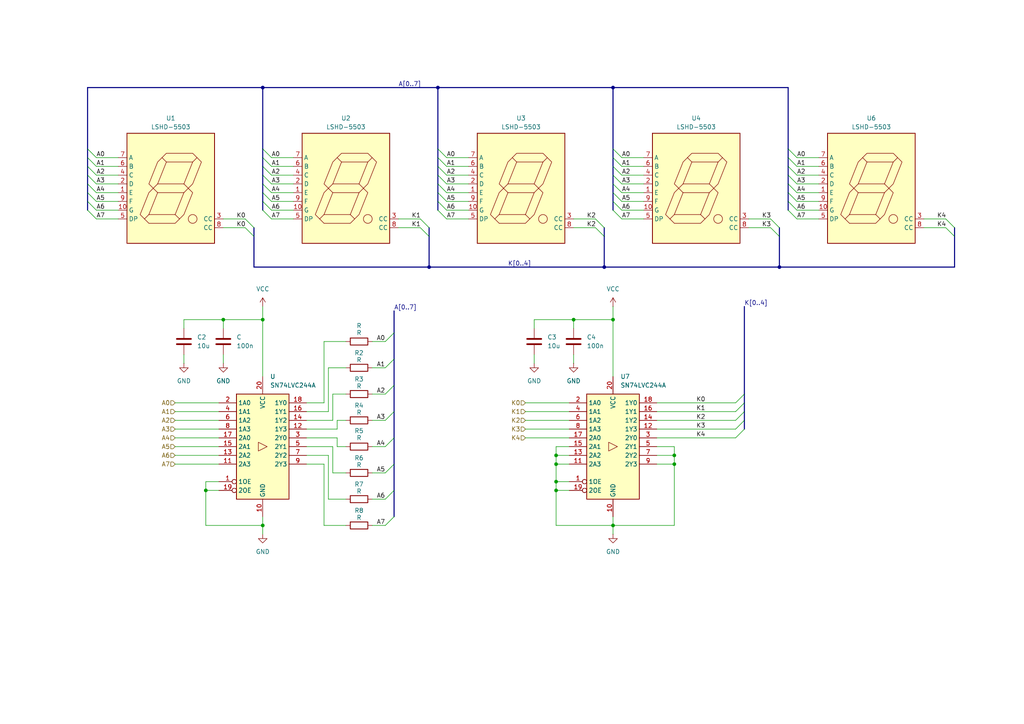
<source format=kicad_sch>
(kicad_sch (version 20250114) (generator "eeschema") (generator_version "9.0")
  (paper "A4")
  (lib_symbols
    (symbol "74xx:74AHC244"
      (property "Reference" "U" (at -7.62 16.51 0))
      (property "Value" "74AHC244" (at -7.62 -16.51 0))
      (symbol "74AHC244_1_0"
        (polyline (pts (xy 1.27 0) (xy -1.27 1.27) (xy -1.27 -1.27) (xy 1.27 0)) (stroke (width 0.1524)))
        (pin input line (at -12.7 12.7 0) (length 5.08) (name "1A0") (number "2"))
        (pin input line (at -12.7 10.16 0) (length 5.08) (name "1A1") (number "4"))
        (pin input line (at -12.7 7.62 0) (length 5.08) (name "1A2") (number "6"))
        (pin input line (at -12.7 5.08 0) (length 5.08) (name "1A3") (number "8"))
        (pin input line (at -12.7 2.54 0) (length 5.08) (name "2A0") (number "17"))
        (pin input line (at -12.7 0 0) (length 5.08) (name "2A1") (number "15"))
        (pin input line (at -12.7 -2.54 0) (length 5.08) (name "2A2") (number "13"))
        (pin input line (at -12.7 -5.08 0) (length 5.08) (name "2A3") (number "11"))
        (pin input inverted (at -12.7 -10.16 0) (length 5.08) (name "1OE") (number "1"))
        (pin input inverted (at -12.7 -12.7 0) (length 5.08) (name "2OE") (number "19"))
        (pin power_in line (at 0 20.32 270) (length 5.08) (name "VCC") (number "20"))
        (pin power_in line (at 0 -20.32 90) (length 5.08) (name "GND") (number "10"))
        (pin tri_state line (at 12.7 12.7 180) (length 5.08) (name "1Y0") (number "18"))
        (pin tri_state line (at 12.7 10.16 180) (length 5.08) (name "1Y1") (number "16"))
        (pin tri_state line (at 12.7 7.62 180) (length 5.08) (name "1Y2") (number "14"))
        (pin tri_state line (at 12.7 5.08 180) (length 5.08) (name "1Y3") (number "12"))
        (pin tri_state line (at 12.7 2.54 180) (length 5.08) (name "2Y0") (number "3"))
        (pin tri_state line (at 12.7 0 180) (length 5.08) (name "2Y1") (number "5"))
        (pin tri_state line (at 12.7 -2.54 180) (length 5.08) (name "2Y2") (number "7"))
        (pin tri_state line (at 12.7 -5.08 180) (length 5.08) (name "2Y3") (number "9"))
      )
      (symbol "74AHC244_1_1"
        (rectangle (start -7.62 15.24) (end 7.62 -15.24) (stroke (width 0.254)) (fill (type background)))
      )
    )
    (symbol "Device:C" (pin_numbers (hide yes)) (pin_names (offset 0.254))
      (property "Reference" "C" (at 0.635 2.54 0))
      (property "Value" "C" (at 0.635 -2.54 0))
      (symbol "C_0_1"
        (polyline (pts (xy -2.032 0.762) (xy 2.032 0.762)) (stroke (width 0.508)))
        (polyline (pts (xy -2.032 -0.762) (xy 2.032 -0.762)) (stroke (width 0.508)))
      )
      (symbol "C_1_1"
        (pin passive line (at 0 3.81 270) (length 2.794) (name "~") (number "1"))
        (pin passive line (at 0 -3.81 90) (length 2.794) (name "~") (number "2"))
      )
    )
    (symbol "Device:R" (pin_numbers (hide yes)) (pin_names (offset 0))
      (property "Reference" "R" (at 2.032 0 90))
      (property "Value" "R" (at 0 0 90))
      (symbol "R_0_1"
        (rectangle (start -1.016 -2.54) (end 1.016 2.54) (stroke (width 0.254)))
      )
      (symbol "R_1_1"
        (pin passive line (at 0 3.81 270) (length 1.27) (name "~") (number "1"))
        (pin passive line (at 0 -3.81 90) (length 1.27) (name "~") (number "2"))
      )
    )
    (symbol "power:GND" (power) (pin_numbers (hide yes)) (pin_names (offset 0) (hide yes))
      (property "Value" "GND" (at 0 -3.81 0))
      (symbol "GND_0_1"
        (polyline (pts (xy 0 0) (xy 0 -1.27) (xy 1.27 -1.27) (xy 0 -2.54) (xy -1.27 -1.27) (xy 0 -1.27)))
      )
      (symbol "GND_1_1"
        (pin power_in line (at 0 0 270) (length 0) (name "~") (number "1"))
      )
    )
    (symbol "power:VCC" (power) (pin_numbers (hide yes)) (pin_names (offset 0) (hide yes))
      (property "Value" "VCC" (at 0 3.556 0))
      (symbol "VCC_0_1"
        (polyline (pts (xy -0.762 1.27) (xy 0 2.54)))
        (polyline (pts (xy 0 2.54) (xy 0.762 1.27)))
        (polyline (pts (xy 0 0) (xy 0 2.54)))
      )
      (symbol "VCC_1_1"
        (pin power_in line (at 0 0 90) (length 0) (name "~") (number "1"))
      )
    )
    (symbol "precision_clock:LSHD-5503"
      (property "Reference" "U" (at 10.922 19.304 0))
      (property "Value" "LSHD-5503" (at 7.112 17.272 0))
      (symbol "LSHD-5503_0_1"
        (polyline (pts (xy -7.62 -8.89) (xy -6.35 -7.62)))
        (polyline (pts (xy -7.62 -8.89) (xy -6.35 -10.16)))
        (polyline (pts (xy -6.35 -7.62) (xy -3.81 -1.27)))
        (polyline (pts (xy -6.35 -7.62) (xy 1.27 -7.62)))
        (polyline (pts (xy -6.35 -10.16) (xy 1.27 -10.16) (xy 2.54 -8.89)))
        (polyline (pts (xy -5.08 0) (xy -6.35 -1.27) (xy -8.89 -7.62) (xy -7.62 -8.89)))
        (polyline (pts (xy -3.81 1.27) (xy -5.08 0)))
        (polyline (pts (xy -3.81 1.27) (xy 3.81 1.27)))
        (polyline (pts (xy -3.81 -1.27) (xy -5.08 0)))
        (polyline (pts (xy -3.81 -1.27) (xy 3.81 -1.27)))
        (polyline (pts (xy -2.54 8.89) (xy -3.81 7.62) (xy -6.35 1.27) (xy -5.08 0)))
        (polyline (pts (xy 1.27 -7.62) (xy 2.54 -8.89)))
        (polyline (pts (xy 2.54 -8.89) (xy 3.81 -7.62) (xy 6.35 -1.27) (xy 5.08 0)))
        (polyline (pts (xy 3.81 1.27) (xy 5.08 0)))
        (polyline (pts (xy 3.81 -1.27) (xy 1.27 -7.62)))
        (polyline (pts (xy 5.08 0) (xy 3.81 -1.27)))
        (polyline (pts (xy 5.08 0) (xy 6.35 1.27) (xy 8.89 7.62) (xy 7.62 8.89)))
        (polyline (pts (xy 6.35 7.62) (xy 3.81 1.27)))
        (polyline (pts (xy 6.35 7.62) (xy -1.27 7.62) (xy -3.81 1.27)))
        (polyline (pts (xy 6.35 7.62) (xy 7.62 8.89) (xy 6.35 10.16) (xy -1.27 10.16) (xy -2.54 8.89) (xy -1.27 7.62)))
        (circle (center 6.35 -8.89) (radius 1.27))
      )
      (symbol "LSHD-5503_1_1"
        (rectangle (start -12.7 15.9543) (end 12.7 -15.9544) (stroke (width 0.254)) (fill (type color) (color 255 255 194 1)))
        (pin input line (at -15.24 8.89 0) (length 2.54) (name "A") (number "7"))
        (pin input line (at -15.24 6.35 0) (length 2.54) (name "B") (number "6"))
        (pin input line (at -15.24 3.81 0) (length 2.54) (name "C") (number "4"))
        (pin input line (at -15.24 1.27 0) (length 2.54) (name "D") (number "2"))
        (pin input line (at -15.24 -1.27 0) (length 2.54) (name "E") (number "1"))
        (pin input line (at -15.24 -3.81 0) (length 2.54) (name "F") (number "9"))
        (pin input line (at -15.24 -6.35 0) (length 2.54) (name "G") (number "10"))
        (pin input line (at -15.24 -8.89 0) (length 2.54) (name "DP") (number "5"))
        (pin input line (at 15.24 -8.89 180) (length 2.54) (name "CC") (number "3"))
        (pin input line (at 15.24 -11.43 180) (length 2.54) (name "CC") (number "8"))
      )
    )
  )
  (junction (at 177.8 152.4))
  (junction (at 76.2 92.71))
  (junction (at 226.06 77.47))
  (junction (at 64.77 92.71))
  (junction (at 195.58 134.62))
  (junction (at 59.69 142.24))
  (junction (at 161.29 139.7))
  (junction (at 161.29 142.24))
  (junction (at 177.8 92.71))
  (junction (at 124.46 77.47))
  (junction (at 127 25.4))
  (junction (at 195.58 132.08))
  (junction (at 177.8 25.4))
  (junction (at 161.29 134.62))
  (junction (at 175.26 77.47))
  (junction (at 161.29 132.08))
  (junction (at 166.37 92.71))
  (junction (at 76.2 152.4))
  (junction (at 76.2 25.4))
  (bus_entry (at 127 43.18) (size 2.54 2.54))
  (bus_entry (at 228.6 45.72) (size 2.54 2.54))
  (bus_entry (at 76.2 48.26) (size 2.54 2.54))
  (bus_entry (at 226.06 66.04) (size -2.54 -2.54))
  (bus_entry (at 25.4 43.18) (size 2.54 2.54))
  (bus_entry (at 276.86 66.04) (size -2.54 -2.54))
  (bus_entry (at 25.4 53.34) (size 2.54 2.54))
  (bus_entry (at 25.4 45.72) (size 2.54 2.54))
  (bus_entry (at 127 48.26) (size 2.54 2.54))
  (bus_entry (at 215.9 116.84) (size -2.54 2.54))
  (bus_entry (at 276.86 68.58) (size -2.54 -2.54))
  (bus_entry (at 228.6 53.34) (size 2.54 2.54))
  (bus_entry (at 25.4 48.26) (size 2.54 2.54))
  (bus_entry (at 175.26 66.04) (size -2.54 -2.54))
  (bus_entry (at 177.8 55.88) (size 2.54 2.54))
  (bus_entry (at 25.4 58.42) (size 2.54 2.54))
  (bus_entry (at 114.3 142.24) (size -2.54 2.54))
  (bus_entry (at 215.9 124.46) (size -2.54 2.54))
  (bus_entry (at 76.2 58.42) (size 2.54 2.54))
  (bus_entry (at 114.3 111.76) (size -2.54 2.54))
  (bus_entry (at 228.6 43.18) (size 2.54 2.54))
  (bus_entry (at 76.2 50.8) (size 2.54 2.54))
  (bus_entry (at 228.6 50.8) (size 2.54 2.54))
  (bus_entry (at 73.66 66.04) (size -2.54 -2.54))
  (bus_entry (at 177.8 48.26) (size 2.54 2.54))
  (bus_entry (at 114.3 96.52) (size -2.54 2.54))
  (bus_entry (at 127 53.34) (size 2.54 2.54))
  (bus_entry (at 25.4 55.88) (size 2.54 2.54))
  (bus_entry (at 127 45.72) (size 2.54 2.54))
  (bus_entry (at 177.8 60.96) (size 2.54 2.54))
  (bus_entry (at 25.4 50.8) (size 2.54 2.54))
  (bus_entry (at 175.26 68.58) (size -2.54 -2.54))
  (bus_entry (at 25.4 60.96) (size 2.54 2.54))
  (bus_entry (at 127 60.96) (size 2.54 2.54))
  (bus_entry (at 114.3 134.62) (size -2.54 2.54))
  (bus_entry (at 215.9 121.92) (size -2.54 2.54))
  (bus_entry (at 127 55.88) (size 2.54 2.54))
  (bus_entry (at 215.9 114.3) (size -2.54 2.54))
  (bus_entry (at 76.2 55.88) (size 2.54 2.54))
  (bus_entry (at 114.3 149.86) (size -2.54 2.54))
  (bus_entry (at 177.8 43.18) (size 2.54 2.54))
  (bus_entry (at 73.66 68.58) (size -2.54 -2.54))
  (bus_entry (at 127 58.42) (size 2.54 2.54))
  (bus_entry (at 228.6 58.42) (size 2.54 2.54))
  (bus_entry (at 228.6 55.88) (size 2.54 2.54))
  (bus_entry (at 177.8 58.42) (size 2.54 2.54))
  (bus_entry (at 215.9 119.38) (size -2.54 2.54))
  (bus_entry (at 114.3 104.14) (size -2.54 2.54))
  (bus_entry (at 124.46 68.58) (size -2.54 -2.54))
  (bus_entry (at 76.2 43.18) (size 2.54 2.54))
  (bus_entry (at 76.2 45.72) (size 2.54 2.54))
  (bus_entry (at 226.06 68.58) (size -2.54 -2.54))
  (bus_entry (at 228.6 60.96) (size 2.54 2.54))
  (bus_entry (at 127 50.8) (size 2.54 2.54))
  (bus_entry (at 177.8 50.8) (size 2.54 2.54))
  (bus_entry (at 177.8 53.34) (size 2.54 2.54))
  (bus_entry (at 76.2 53.34) (size 2.54 2.54))
  (bus_entry (at 228.6 48.26) (size 2.54 2.54))
  (bus_entry (at 76.2 60.96) (size 2.54 2.54))
  (bus_entry (at 114.3 119.38) (size -2.54 2.54))
  (bus_entry (at 114.3 127) (size -2.54 2.54))
  (bus_entry (at 177.8 45.72) (size 2.54 2.54))
  (bus_entry (at 124.46 66.04) (size -2.54 -2.54))
  (wire (pts (xy 78.74 50.8) (xy 85.09 50.8)))
  (wire (pts (xy 50.8 116.84) (xy 63.5 116.84)))
  (wire (pts (xy 231.14 58.42) (xy 237.49 58.42)))
  (wire (pts (xy 88.9 127) (xy 97.79 127)))
  (bus (pts (xy 25.4 58.42) (xy 25.4 60.96)))
  (bus (pts (xy 215.9 114.3) (xy 215.9 116.84)))
  (wire (pts (xy 231.14 50.8) (xy 237.49 50.8)))
  (wire (pts (xy 152.4 119.38) (xy 165.1 119.38)))
  (wire (pts (xy 64.77 95.25) (xy 64.77 92.71)))
  (bus (pts (xy 228.6 58.42) (xy 228.6 60.96)))
  (wire (pts (xy 129.54 60.96) (xy 135.89 60.96)))
  (wire (pts (xy 129.54 63.5) (xy 135.89 63.5)))
  (wire (pts (xy 95.25 119.38) (xy 95.25 106.68)))
  (bus (pts (xy 76.2 48.26) (xy 76.2 50.8)))
  (wire (pts (xy 107.95 106.68) (xy 111.76 106.68)))
  (wire (pts (xy 59.69 152.4) (xy 76.2 152.4)))
  (wire (pts (xy 231.14 48.26) (xy 237.49 48.26)))
  (bus (pts (xy 25.4 48.26) (xy 25.4 50.8)))
  (bus (pts (xy 76.2 25.4) (xy 76.2 43.18)))
  (bus (pts (xy 177.8 45.72) (xy 177.8 48.26)))
  (bus (pts (xy 276.86 66.04) (xy 276.86 68.58)))
  (wire (pts (xy 180.34 48.26) (xy 186.69 48.26)))
  (bus (pts (xy 226.06 77.47) (xy 276.86 77.47)))
  (bus (pts (xy 25.4 25.4) (xy 25.4 43.18)))
  (wire (pts (xy 190.5 116.84) (xy 213.36 116.84)))
  (bus (pts (xy 226.06 68.58) (xy 226.06 77.47)))
  (wire (pts (xy 93.98 134.62) (xy 93.98 152.4)))
  (wire (pts (xy 166.37 102.87) (xy 166.37 105.41)))
  (bus (pts (xy 228.6 25.4) (xy 228.6 43.18)))
  (wire (pts (xy 50.8 127) (xy 63.5 127)))
  (wire (pts (xy 180.34 55.88) (xy 186.69 55.88)))
  (wire (pts (xy 93.98 99.06) (xy 100.33 99.06)))
  (wire (pts (xy 231.14 63.5) (xy 237.49 63.5)))
  (bus (pts (xy 76.2 43.18) (xy 76.2 45.72)))
  (wire (pts (xy 161.29 132.08) (xy 161.29 129.54)))
  (wire (pts (xy 78.74 45.72) (xy 85.09 45.72)))
  (bus (pts (xy 175.26 66.04) (xy 175.26 68.58)))
  (wire (pts (xy 88.9 134.62) (xy 93.98 134.62)))
  (wire (pts (xy 129.54 55.88) (xy 135.89 55.88)))
  (bus (pts (xy 124.46 68.58) (xy 124.46 77.47)))
  (bus (pts (xy 228.6 43.18) (xy 228.6 45.72)))
  (wire (pts (xy 177.8 88.9) (xy 177.8 92.71)))
  (bus (pts (xy 226.06 66.04) (xy 226.06 68.58)))
  (wire (pts (xy 152.4 121.92) (xy 165.1 121.92)))
  (bus (pts (xy 76.2 58.42) (xy 76.2 60.96)))
  (wire (pts (xy 64.77 66.04) (xy 71.12 66.04)))
  (wire (pts (xy 76.2 152.4) (xy 76.2 154.94)))
  (bus (pts (xy 25.4 50.8) (xy 25.4 53.34)))
  (wire (pts (xy 129.54 48.26) (xy 135.89 48.26)))
  (wire (pts (xy 190.5 129.54) (xy 195.58 129.54)))
  (wire (pts (xy 166.37 63.5) (xy 172.72 63.5)))
  (wire (pts (xy 177.8 92.71) (xy 177.8 109.22)))
  (bus (pts (xy 127 58.42) (xy 127 60.96)))
  (wire (pts (xy 88.9 116.84) (xy 93.98 116.84)))
  (wire (pts (xy 95.25 144.78) (xy 100.33 144.78)))
  (wire (pts (xy 195.58 132.08) (xy 195.58 134.62)))
  (bus (pts (xy 73.66 68.58) (xy 73.66 77.47)))
  (wire (pts (xy 177.8 152.4) (xy 177.8 154.94)))
  (bus (pts (xy 127 48.26) (xy 127 50.8)))
  (bus (pts (xy 25.4 45.72) (xy 25.4 48.26)))
  (bus (pts (xy 215.9 88.9) (xy 215.9 114.3)))
  (bus (pts (xy 127 45.72) (xy 127 48.26)))
  (wire (pts (xy 267.97 63.5) (xy 274.32 63.5)))
  (wire (pts (xy 78.74 60.96) (xy 85.09 60.96)))
  (wire (pts (xy 107.95 152.4) (xy 111.76 152.4)))
  (wire (pts (xy 64.77 102.87) (xy 64.77 105.41)))
  (bus (pts (xy 124.46 66.04) (xy 124.46 68.58)))
  (wire (pts (xy 129.54 58.42) (xy 135.89 58.42)))
  (bus (pts (xy 215.9 121.92) (xy 215.9 124.46)))
  (wire (pts (xy 53.34 92.71) (xy 53.34 95.25)))
  (wire (pts (xy 96.52 121.92) (xy 96.52 114.3)))
  (wire (pts (xy 195.58 129.54) (xy 195.58 132.08)))
  (wire (pts (xy 161.29 142.24) (xy 165.1 142.24)))
  (bus (pts (xy 175.26 77.47) (xy 226.06 77.47)))
  (wire (pts (xy 59.69 142.24) (xy 59.69 152.4)))
  (wire (pts (xy 50.8 132.08) (xy 63.5 132.08)))
  (wire (pts (xy 107.95 99.06) (xy 111.76 99.06)))
  (bus (pts (xy 228.6 53.34) (xy 228.6 55.88)))
  (bus (pts (xy 25.4 55.88) (xy 25.4 58.42)))
  (wire (pts (xy 129.54 53.34) (xy 135.89 53.34)))
  (bus (pts (xy 114.3 96.52) (xy 114.3 104.14)))
  (wire (pts (xy 64.77 63.5) (xy 71.12 63.5)))
  (bus (pts (xy 124.46 77.47) (xy 175.26 77.47)))
  (bus (pts (xy 114.3 90.17) (xy 114.3 96.52)))
  (wire (pts (xy 161.29 152.4) (xy 177.8 152.4)))
  (wire (pts (xy 190.5 132.08) (xy 195.58 132.08)))
  (wire (pts (xy 78.74 63.5) (xy 85.09 63.5)))
  (bus (pts (xy 177.8 50.8) (xy 177.8 53.34)))
  (wire (pts (xy 27.94 60.96) (xy 34.29 60.96)))
  (wire (pts (xy 64.77 92.71) (xy 76.2 92.71)))
  (bus (pts (xy 228.6 55.88) (xy 228.6 58.42)))
  (wire (pts (xy 180.34 60.96) (xy 186.69 60.96)))
  (wire (pts (xy 27.94 58.42) (xy 34.29 58.42)))
  (wire (pts (xy 95.25 132.08) (xy 95.25 144.78)))
  (wire (pts (xy 50.8 124.46) (xy 63.5 124.46)))
  (wire (pts (xy 93.98 152.4) (xy 100.33 152.4)))
  (wire (pts (xy 53.34 92.71) (xy 64.77 92.71)))
  (wire (pts (xy 161.29 134.62) (xy 161.29 132.08)))
  (bus (pts (xy 177.8 43.18) (xy 177.8 45.72)))
  (wire (pts (xy 152.4 124.46) (xy 165.1 124.46)))
  (wire (pts (xy 166.37 95.25) (xy 166.37 92.71)))
  (wire (pts (xy 154.94 92.71) (xy 154.94 95.25)))
  (wire (pts (xy 129.54 45.72) (xy 135.89 45.72)))
  (bus (pts (xy 114.3 119.38) (xy 114.3 127)))
  (wire (pts (xy 95.25 106.68) (xy 100.33 106.68)))
  (wire (pts (xy 107.95 121.92) (xy 111.76 121.92)))
  (wire (pts (xy 50.8 121.92) (xy 63.5 121.92)))
  (wire (pts (xy 107.95 129.54) (xy 111.76 129.54)))
  (bus (pts (xy 127 53.34) (xy 127 55.88)))
  (wire (pts (xy 161.29 139.7) (xy 161.29 134.62)))
  (wire (pts (xy 161.29 129.54) (xy 165.1 129.54)))
  (wire (pts (xy 195.58 152.4) (xy 177.8 152.4)))
  (wire (pts (xy 231.14 53.34) (xy 237.49 53.34)))
  (wire (pts (xy 27.94 55.88) (xy 34.29 55.88)))
  (wire (pts (xy 96.52 137.16) (xy 100.33 137.16)))
  (bus (pts (xy 25.4 25.4) (xy 76.2 25.4)))
  (wire (pts (xy 231.14 45.72) (xy 237.49 45.72)))
  (wire (pts (xy 166.37 66.04) (xy 172.72 66.04)))
  (bus (pts (xy 228.6 45.72) (xy 228.6 48.26)))
  (wire (pts (xy 97.79 124.46) (xy 97.79 121.92)))
  (bus (pts (xy 127 50.8) (xy 127 53.34)))
  (wire (pts (xy 190.5 127) (xy 213.36 127)))
  (wire (pts (xy 78.74 55.88) (xy 85.09 55.88)))
  (bus (pts (xy 215.9 119.38) (xy 215.9 121.92)))
  (wire (pts (xy 190.5 124.46) (xy 213.36 124.46)))
  (bus (pts (xy 177.8 58.42) (xy 177.8 60.96)))
  (wire (pts (xy 190.5 134.62) (xy 195.58 134.62)))
  (bus (pts (xy 177.8 25.4) (xy 177.8 43.18)))
  (wire (pts (xy 217.17 63.5) (xy 223.52 63.5)))
  (bus (pts (xy 177.8 48.26) (xy 177.8 50.8)))
  (bus (pts (xy 114.3 142.24) (xy 114.3 149.86)))
  (bus (pts (xy 177.8 25.4) (xy 228.6 25.4)))
  (bus (pts (xy 127 55.88) (xy 127 58.42)))
  (bus (pts (xy 76.2 45.72) (xy 76.2 48.26)))
  (bus (pts (xy 127 25.4) (xy 127 43.18)))
  (wire (pts (xy 97.79 127) (xy 97.79 129.54)))
  (wire (pts (xy 190.5 119.38) (xy 213.36 119.38)))
  (wire (pts (xy 50.8 119.38) (xy 63.5 119.38)))
  (bus (pts (xy 25.4 43.18) (xy 25.4 45.72)))
  (wire (pts (xy 217.17 66.04) (xy 223.52 66.04)))
  (wire (pts (xy 267.97 66.04) (xy 274.32 66.04)))
  (wire (pts (xy 59.69 142.24) (xy 63.5 142.24)))
  (wire (pts (xy 59.69 139.7) (xy 59.69 142.24)))
  (bus (pts (xy 114.3 104.14) (xy 114.3 111.76)))
  (wire (pts (xy 161.29 139.7) (xy 161.29 142.24)))
  (wire (pts (xy 180.34 58.42) (xy 186.69 58.42)))
  (wire (pts (xy 88.9 129.54) (xy 96.52 129.54)))
  (wire (pts (xy 96.52 114.3) (xy 100.33 114.3)))
  (wire (pts (xy 180.34 45.72) (xy 186.69 45.72)))
  (wire (pts (xy 165.1 139.7) (xy 161.29 139.7)))
  (wire (pts (xy 107.95 137.16) (xy 111.76 137.16)))
  (wire (pts (xy 78.74 53.34) (xy 85.09 53.34)))
  (bus (pts (xy 114.3 134.62) (xy 114.3 142.24)))
  (wire (pts (xy 115.57 63.5) (xy 121.92 63.5)))
  (wire (pts (xy 180.34 50.8) (xy 186.69 50.8)))
  (bus (pts (xy 228.6 48.26) (xy 228.6 50.8)))
  (wire (pts (xy 78.74 48.26) (xy 85.09 48.26)))
  (wire (pts (xy 76.2 92.71) (xy 76.2 109.22)))
  (wire (pts (xy 27.94 53.34) (xy 34.29 53.34)))
  (wire (pts (xy 154.94 92.71) (xy 166.37 92.71)))
  (wire (pts (xy 88.9 119.38) (xy 95.25 119.38)))
  (wire (pts (xy 161.29 134.62) (xy 165.1 134.62)))
  (wire (pts (xy 27.94 48.26) (xy 34.29 48.26)))
  (wire (pts (xy 195.58 134.62) (xy 195.58 152.4)))
  (wire (pts (xy 50.8 134.62) (xy 63.5 134.62)))
  (bus (pts (xy 76.2 25.4) (xy 127 25.4)))
  (wire (pts (xy 129.54 50.8) (xy 135.89 50.8)))
  (wire (pts (xy 231.14 55.88) (xy 237.49 55.88)))
  (bus (pts (xy 114.3 127) (xy 114.3 134.62)))
  (wire (pts (xy 27.94 50.8) (xy 34.29 50.8)))
  (wire (pts (xy 88.9 132.08) (xy 95.25 132.08)))
  (bus (pts (xy 114.3 111.76) (xy 114.3 119.38)))
  (bus (pts (xy 175.26 68.58) (xy 175.26 77.47)))
  (bus (pts (xy 76.2 50.8) (xy 76.2 53.34)))
  (wire (pts (xy 180.34 63.5) (xy 186.69 63.5)))
  (wire (pts (xy 166.37 92.71) (xy 177.8 92.71)))
  (bus (pts (xy 73.66 66.04) (xy 73.66 68.58)))
  (bus (pts (xy 127 25.4) (xy 177.8 25.4)))
  (wire (pts (xy 27.94 45.72) (xy 34.29 45.72)))
  (bus (pts (xy 127 43.18) (xy 127 45.72)))
  (wire (pts (xy 154.94 102.87) (xy 154.94 105.41)))
  (bus (pts (xy 276.86 68.58) (xy 276.86 77.47)))
  (wire (pts (xy 78.74 58.42) (xy 85.09 58.42)))
  (wire (pts (xy 88.9 124.46) (xy 97.79 124.46)))
  (wire (pts (xy 107.95 144.78) (xy 111.76 144.78)))
  (bus (pts (xy 228.6 50.8) (xy 228.6 53.34)))
  (wire (pts (xy 63.5 139.7) (xy 59.69 139.7)))
  (wire (pts (xy 27.94 63.5) (xy 34.29 63.5)))
  (wire (pts (xy 93.98 116.84) (xy 93.98 99.06)))
  (wire (pts (xy 50.8 129.54) (xy 63.5 129.54)))
  (wire (pts (xy 152.4 127) (xy 165.1 127)))
  (wire (pts (xy 161.29 142.24) (xy 161.29 152.4)))
  (bus (pts (xy 76.2 53.34) (xy 76.2 55.88)))
  (wire (pts (xy 96.52 129.54) (xy 96.52 137.16)))
  (bus (pts (xy 215.9 116.84) (xy 215.9 119.38)))
  (wire (pts (xy 97.79 129.54) (xy 100.33 129.54)))
  (bus (pts (xy 76.2 55.88) (xy 76.2 58.42)))
  (wire (pts (xy 152.4 116.84) (xy 165.1 116.84)))
  (wire (pts (xy 115.57 66.04) (xy 121.92 66.04)))
  (wire (pts (xy 88.9 121.92) (xy 96.52 121.92)))
  (bus (pts (xy 25.4 53.34) (xy 25.4 55.88)))
  (bus (pts (xy 124.46 77.47) (xy 73.66 77.47)))
  (bus (pts (xy 177.8 55.88) (xy 177.8 58.42)))
  (wire (pts (xy 161.29 132.08) (xy 165.1 132.08)))
  (wire (pts (xy 180.34 53.34) (xy 186.69 53.34)))
  (wire (pts (xy 76.2 149.86) (xy 76.2 152.4)))
  (bus (pts (xy 177.8 53.34) (xy 177.8 55.88)))
  (wire (pts (xy 190.5 121.92) (xy 213.36 121.92)))
  (wire (pts (xy 97.79 121.92) (xy 100.33 121.92)))
  (wire (pts (xy 177.8 149.86) (xy 177.8 152.4)))
  (wire (pts (xy 231.14 60.96) (xy 237.49 60.96)))
  (wire (pts (xy 107.95 114.3) (xy 111.76 114.3)))
  (wire (pts (xy 53.34 102.87) (xy 53.34 105.41)))
  (wire (pts (xy 76.2 88.9) (xy 76.2 92.71)))
  (label "A0" (at 109.22 99.06 0))
  (label "K0" (at 201.93 116.84 0))
  (label "A6" (at 231.14 60.96 0))
  (label "A3" (at 78.74 53.34 0))
  (label "A7" (at 109.22 152.4 0))
  (label "A2" (at 109.22 114.3 0))
  (label "A0" (at 231.14 45.72 0))
  (label "A0" (at 27.94 45.72 0))
  (label "A4" (at 231.14 55.88 0))
  (label "K[0..4]" (at 147.32 77.47 0))
  (label "K4" (at 201.93 127 0))
  (label "K4" (at 271.78 63.5 0))
  (label "A7" (at 231.14 63.5 0))
  (label "A5" (at 180.34 58.42 0))
  (label "A[0..7]" (at 115.57 25.4 0))
  (label "A0" (at 78.74 45.72 0))
  (label "A4" (at 180.34 55.88 0))
  (label "K3" (at 201.93 124.46 0))
  (label "A5" (at 129.54 58.42 0))
  (label "A1" (at 27.94 48.26 0))
  (label "A4" (at 78.74 55.88 0))
  (label "A3" (at 129.54 53.34 0))
  (label "A2" (at 129.54 50.8 0))
  (label "K1" (at 119.38 63.5 0))
  (label "A6" (at 78.74 60.96 0))
  (label "K[0..4]" (at 215.9 88.9 0))
  (label "A3" (at 231.14 53.34 0))
  (label "A1" (at 180.34 48.26 0))
  (label "A4" (at 109.22 129.54 0))
  (label "K0" (at 68.58 63.5 0))
  (label "A[0..7]" (at 114.3 90.17 0))
  (label "A3" (at 109.22 121.92 0))
  (label "A3" (at 27.94 53.34 0))
  (label "A7" (at 27.94 63.5 0))
  (label "A2" (at 180.34 50.8 0))
  (label "A4" (at 27.94 55.88 0))
  (label "A5" (at 27.94 58.42 0))
  (label "A5" (at 231.14 58.42 0))
  (label "K3" (at 220.98 66.04 0))
  (label "A2" (at 78.74 50.8 0))
  (label "A0" (at 129.54 45.72 0))
  (label "A6" (at 180.34 60.96 0))
  (label "A4" (at 129.54 55.88 0))
  (label "A1" (at 129.54 48.26 0))
  (label "A6" (at 129.54 60.96 0))
  (label "K0" (at 68.58 66.04 0))
  (label "A5" (at 78.74 58.42 0))
  (label "A1" (at 78.74 48.26 0))
  (label "A1" (at 231.14 48.26 0))
  (label "A7" (at 129.54 63.5 0))
  (label "A7" (at 78.74 63.5 0))
  (label "K1" (at 201.93 119.38 0))
  (label "A5" (at 109.22 137.16 0))
  (label "K2" (at 201.93 121.92 0))
  (label "A3" (at 180.34 53.34 0))
  (label "K3" (at 220.98 63.5 0))
  (label "A6" (at 27.94 60.96 0))
  (label "K2" (at 170.18 63.5 0))
  (label "A2" (at 231.14 50.8 0))
  (label "K1" (at 119.38 66.04 0))
  (label "A7" (at 180.34 63.5 0))
  (label "K2" (at 170.18 66.04 0))
  (label "A6" (at 109.22 144.78 0))
  (label "K4" (at 271.78 66.04 0))
  (label "A2" (at 27.94 50.8 0))
  (label "A1" (at 109.22 106.68 0))
  (label "A0" (at 180.34 45.72 0))
  (hierarchical_label "K2" (shape input) (at 152.4 121.92 180))
  (hierarchical_label "A2" (shape input) (at 50.8 121.92 180))
  (hierarchical_label "A7" (shape input) (at 50.8 134.62 180))
  (hierarchical_label "K0" (shape input) (at 152.4 116.84 180))
  (hierarchical_label "A3" (shape input) (at 50.8 124.46 180))
  (hierarchical_label "K3" (shape input) (at 152.4 124.46 180))
  (hierarchical_label "K1" (shape input) (at 152.4 119.38 180))
  (hierarchical_label "A5" (shape input) (at 50.8 129.54 180))
  (hierarchical_label "A1" (shape input) (at 50.8 119.38 180))
  (hierarchical_label "A6" (shape input) (at 50.8 132.08 180))
  (hierarchical_label "A0" (shape input) (at 50.8 116.84 180))
  (hierarchical_label "A4" (shape input) (at 50.8 127 180))
  (hierarchical_label "K4" (shape input) (at 152.4 127 180))
  (symbol (lib_id "Device:R") (at 104.14 121.92 90) (unit 1)
    (property "Reference" "R4" (at 104.14 117.602 90))
    (property "Value" "R" (at 104.14 119.634 90))
    (property "Description" "Resistor" (effects (hide yes)))
  )
  (symbol (lib_id "precision_clock:LSHD-5503") (at 49.53 54.61 0) (unit 1)
    (property "Reference" "U1" (at 49.53 34.29 0))
    (property "Value" "LSHD-5503" (at 49.53 36.83 0))
    (property "Datasheet" "https://mm.digikey.com/Volume0/opasdata/d220001/medias/docus/1027/LSHD-5503.pdf" (effects (hide yes)))
    (property "Description" "DISPLAY 7SEG 0.56\" SGL RED 10DIP" (effects (hide yes)))
  )
  (symbol (lib_id "precision_clock:LSHD-5503") (at 100.33 54.61 0) (unit 1)
    (property "Reference" "U2" (at 100.33 34.29 0))
    (property "Value" "LSHD-5503" (at 100.33 36.83 0))
    (property "Datasheet" "https://mm.digikey.com/Volume0/opasdata/d220001/medias/docus/1027/LSHD-5503.pdf" (effects (hide yes)))
    (property "Description" "DISPLAY 7SEG 0.56\" SGL RED 10DIP" (effects (hide yes)))
  )
  (symbol (lib_id "Device:R") (at 104.14 137.16 90) (unit 1)
    (property "Reference" "R6" (at 104.14 132.842 90))
    (property "Value" "R" (at 104.14 134.874 90))
    (property "Description" "Resistor" (effects (hide yes)))
  )
  (symbol (lib_id "Device:C") (at 64.77 99.06 0) (unit 1)
    (property "Reference" "C" (at 68.58 97.7899 0) (effects (justify left)))
    (property "Value" "100n" (at 68.58 100.3299 0) (effects (justify left)))
    (property "Description" "Unpolarized capacitor" (effects (hide yes)))
  )
  (symbol (lib_id "Device:C") (at 166.37 99.06 0) (unit 1)
    (property "Reference" "C4" (at 170.18 97.7899 0) (effects (justify left)))
    (property "Value" "100n" (at 170.18 100.3299 0) (effects (justify left)))
    (property "Description" "Unpolarized capacitor" (effects (hide yes)))
  )
  (symbol (lib_id "power:GND") (at 64.77 105.41 0) (unit 1)
    (property "Reference" "#PWR" (effects (hide yes)))
    (property "Value" "GND" (at 64.77 110.49 0))
    (property "Description" "Power symbol creates a global label with name \"GND\" , ground" (effects (hide yes)))
  )
  (symbol (lib_id "Device:R") (at 104.14 106.68 90) (unit 1)
    (property "Reference" "R2" (at 104.14 102.362 90))
    (property "Value" "R" (at 104.14 104.394 90))
    (property "Description" "Resistor" (effects (hide yes)))
  )
  (symbol (lib_id "precision_clock:LSHD-5503") (at 151.13 54.61 0) (unit 1)
    (property "Reference" "U3" (at 151.13 34.29 0))
    (property "Value" "LSHD-5503" (at 151.13 36.83 0))
    (property "Datasheet" "https://mm.digikey.com/Volume0/opasdata/d220001/medias/docus/1027/LSHD-5503.pdf" (effects (hide yes)))
    (property "Description" "DISPLAY 7SEG 0.56\" SGL RED 10DIP" (effects (hide yes)))
  )
  (symbol (lib_id "74xx:74AHC244") (at 76.2 129.54 0) (unit 1)
    (property "Reference" "U" (at 78.3433 109.22 0) (effects (justify left)))
    (property "Value" "SN74LVC244A" (at 78.3433 111.76 0) (effects (justify left)))
    (property "Datasheet" "https://www.ti.com/lit/ds/symlink/sn74lvc244a.pdf?ts=1760082678277&ref_url=https%253A%252F%252Fwww.ti.com%252Fproduct%252Fja-jp%252FSN74LVC244A" (effects (hide yes)))
    (property "Description" "8-bit Buffer/Line Driver 3-state" (effects (hide yes)))
  )
  (symbol (lib_id "power:GND") (at 166.37 105.41 0) (unit 1)
    (property "Reference" "#PWR07" (effects (hide yes)))
    (property "Value" "GND" (at 166.37 110.49 0))
    (property "Description" "Power symbol creates a global label with name \"GND\" , ground" (effects (hide yes)))
  )
  (symbol (lib_id "Device:R") (at 104.14 152.4 90) (unit 1)
    (property "Reference" "R8" (at 104.14 148.082 90))
    (property "Value" "R" (at 104.14 150.114 90))
    (property "Description" "Resistor" (effects (hide yes)))
  )
  (symbol (lib_id "74xx:74AHC244") (at 177.8 129.54 0) (unit 1)
    (property "Reference" "U7" (at 179.9433 109.22 0) (effects (justify left)))
    (property "Value" "SN74LVC244A" (at 179.9433 111.76 0) (effects (justify left)))
    (property "Datasheet" "https://www.ti.com/lit/ds/symlink/sn74lvc244a.pdf?ts=1760082678277&ref_url=https%253A%252F%252Fwww.ti.com%252Fproduct%252Fja-jp%252FSN74LVC244A" (effects (hide yes)))
    (property "Description" "8-bit Buffer/Line Driver 3-state" (effects (hide yes)))
  )
  (symbol (lib_id "Device:R") (at 104.14 144.78 90) (unit 1)
    (property "Reference" "R7" (at 104.14 140.462 90))
    (property "Value" "R" (at 104.14 142.494 90))
    (property "Description" "Resistor" (effects (hide yes)))
  )
  (symbol (lib_id "power:GND") (at 76.2 154.94 0) (unit 1)
    (property "Reference" "#PWR" (effects (hide yes)))
    (property "Value" "GND" (at 76.2 160.02 0))
    (property "Description" "Power symbol creates a global label with name \"GND\" , ground" (effects (hide yes)))
  )
  (symbol (lib_id "power:GND") (at 53.34 105.41 0) (unit 1)
    (property "Reference" "#PWR04" (effects (hide yes)))
    (property "Value" "GND" (at 53.34 110.49 0))
    (property "Description" "Power symbol creates a global label with name \"GND\" , ground" (effects (hide yes)))
  )
  (symbol (lib_id "Device:R") (at 104.14 129.54 90) (unit 1)
    (property "Reference" "R5" (at 104.14 124.968 90))
    (property "Value" "R" (at 104.14 127 90))
    (property "Description" "Resistor" (effects (hide yes)))
  )
  (symbol (lib_id "power:GND") (at 177.8 154.94 0) (unit 1)
    (property "Reference" "#PWR05" (effects (hide yes)))
    (property "Value" "GND" (at 177.8 160.02 0))
    (property "Description" "Power symbol creates a global label with name \"GND\" , ground" (effects (hide yes)))
  )
  (symbol (lib_id "precision_clock:LSHD-5503") (at 252.73 54.61 0) (unit 1)
    (property "Reference" "U6" (at 252.73 34.29 0))
    (property "Value" "LSHD-5503" (at 252.73 36.83 0))
    (property "Datasheet" "https://mm.digikey.com/Volume0/opasdata/d220001/medias/docus/1027/LSHD-5503.pdf" (effects (hide yes)))
    (property "Description" "DISPLAY 7SEG 0.56\" SGL RED 10DIP" (effects (hide yes)))
  )
  (symbol (lib_id "Device:R") (at 104.14 99.06 90) (unit 1)
    (property "Reference" "R" (at 104.14 94.488 90))
    (property "Value" "R" (at 104.14 96.52 90))
    (property "Description" "Resistor" (effects (hide yes)))
  )
  (symbol (lib_id "Device:C") (at 154.94 99.06 0) (unit 1)
    (property "Reference" "C3" (at 158.75 97.7899 0) (effects (justify left)))
    (property "Value" "10u" (at 158.75 100.3299 0) (effects (justify left)))
    (property "Description" "Unpolarized capacitor" (effects (hide yes)))
  )
  (symbol (lib_id "Device:R") (at 104.14 114.3 90) (unit 1)
    (property "Reference" "R3" (at 104.14 109.982 90))
    (property "Value" "R" (at 104.14 112.014 90))
    (property "Description" "Resistor" (effects (hide yes)))
  )
  (symbol (lib_id "power:VCC") (at 76.2 88.9 0) (unit 1)
    (property "Reference" "#PWR" (effects (hide yes)))
    (property "Value" "VCC" (at 76.2 83.82 0))
    (property "Description" "Power symbol creates a global label with name \"VCC\"" (effects (hide yes)))
  )
  (symbol (lib_id "precision_clock:LSHD-5503") (at 201.93 54.61 0) (unit 1)
    (property "Reference" "U4" (at 201.93 34.29 0))
    (property "Value" "LSHD-5503" (at 201.93 36.83 0))
    (property "Datasheet" "https://mm.digikey.com/Volume0/opasdata/d220001/medias/docus/1027/LSHD-5503.pdf" (effects (hide yes)))
    (property "Description" "DISPLAY 7SEG 0.56\" SGL RED 10DIP" (effects (hide yes)))
  )
  (symbol (lib_id "power:VCC") (at 177.8 88.9 0) (unit 1)
    (property "Reference" "#PWR08" (effects (hide yes)))
    (property "Value" "VCC" (at 177.8 83.82 0))
    (property "Description" "Power symbol creates a global label with name \"VCC\"" (effects (hide yes)))
  )
  (symbol (lib_id "Device:C") (at 53.34 99.06 0) (unit 1)
    (property "Reference" "C2" (at 57.15 97.7899 0) (effects (justify left)))
    (property "Value" "10u" (at 57.15 100.3299 0) (effects (justify left)))
    (property "Description" "Unpolarized capacitor" (effects (hide yes)))
  )
  (symbol (lib_id "power:GND") (at 154.94 105.41 0) (unit 1)
    (property "Reference" "#PWR06" (effects (hide yes)))
    (property "Value" "GND" (at 154.94 110.49 0))
    (property "Description" "Power symbol creates a global label with name \"GND\" , ground" (effects (hide yes)))
  )
)
</source>
